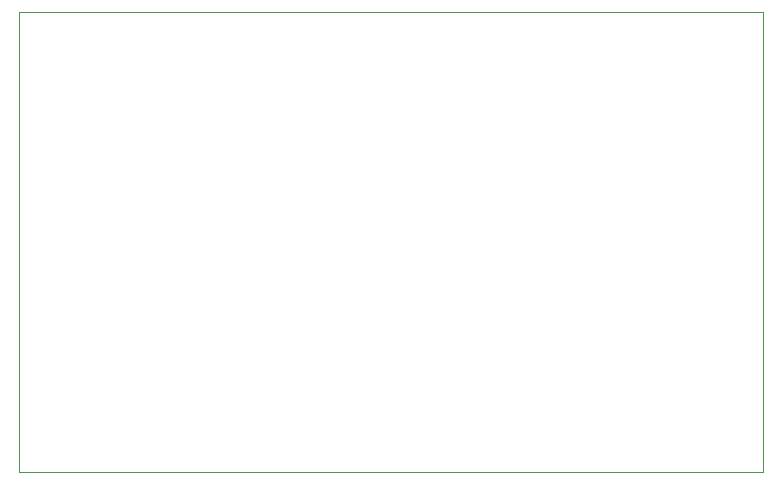
<source format=gbr>
G04 #@! TF.GenerationSoftware,KiCad,Pcbnew,(5.1.6)-1*
G04 #@! TF.CreationDate,2020-08-10T15:15:50+02:00*
G04 #@! TF.ProjectId,arduinoUno-BMSmodule,61726475-696e-46f5-956e-6f2d424d536d,rev?*
G04 #@! TF.SameCoordinates,Original*
G04 #@! TF.FileFunction,Profile,NP*
%FSLAX46Y46*%
G04 Gerber Fmt 4.6, Leading zero omitted, Abs format (unit mm)*
G04 Created by KiCad (PCBNEW (5.1.6)-1) date 2020-08-10 15:15:50*
%MOMM*%
%LPD*%
G01*
G04 APERTURE LIST*
G04 #@! TA.AperFunction,Profile*
%ADD10C,0.050000*%
G04 #@! TD*
G04 APERTURE END LIST*
D10*
X154000000Y-57000000D02*
X154000000Y-57900000D01*
X91000000Y-57000000D02*
X154000000Y-57000000D01*
X153484000Y-96000000D02*
X154000000Y-96000000D01*
X91000000Y-96000000D02*
X91000000Y-95900000D01*
X91000000Y-95900000D02*
X91000000Y-94973000D01*
X91000000Y-94973000D02*
X91000000Y-57000000D01*
X93921000Y-96000000D02*
X91000000Y-96000000D01*
X153484000Y-96000000D02*
X93921000Y-96000000D01*
X154000000Y-57900000D02*
X154000000Y-96000000D01*
M02*

</source>
